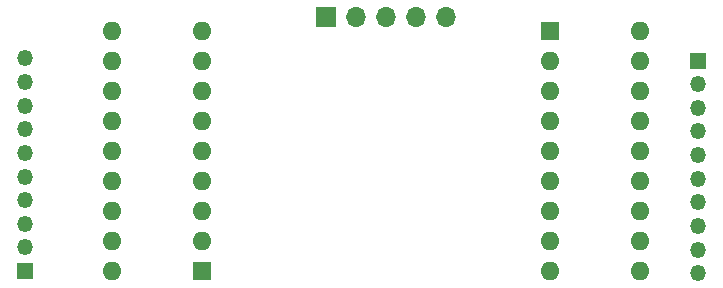
<source format=gbr>
%TF.GenerationSoftware,KiCad,Pcbnew,8.0.4*%
%TF.CreationDate,2024-10-03T18:10:01-05:00*%
%TF.ProjectId,Haptics PWM module,48617074-6963-4732-9050-574d206d6f64,rev?*%
%TF.SameCoordinates,Original*%
%TF.FileFunction,Soldermask,Bot*%
%TF.FilePolarity,Negative*%
%FSLAX46Y46*%
G04 Gerber Fmt 4.6, Leading zero omitted, Abs format (unit mm)*
G04 Created by KiCad (PCBNEW 8.0.4) date 2024-10-03 18:10:01*
%MOMM*%
%LPD*%
G01*
G04 APERTURE LIST*
%ADD10O,1.600000X1.600000*%
%ADD11R,1.600000X1.600000*%
%ADD12O,1.350000X1.350000*%
%ADD13R,1.350000X1.350000*%
%ADD14O,1.700000X1.700000*%
%ADD15R,1.700000X1.700000*%
G04 APERTURE END LIST*
D10*
%TO.C,U2*%
X124620000Y-60180000D03*
X124620000Y-62720000D03*
X124620000Y-65260000D03*
X124620000Y-67800000D03*
X124620000Y-70340000D03*
X124620000Y-72880000D03*
X124620000Y-75420000D03*
X124620000Y-77960000D03*
X124620000Y-80500000D03*
X117000000Y-80500000D03*
X117000000Y-77960000D03*
X117000000Y-75420000D03*
X117000000Y-72880000D03*
X117000000Y-70340000D03*
X117000000Y-67800000D03*
X117000000Y-65260000D03*
X117000000Y-62720000D03*
D11*
X117000000Y-60180000D03*
%TD*%
D10*
%TO.C,U1*%
X79930000Y-80500000D03*
X79930000Y-77960000D03*
X79930000Y-75420000D03*
X79930000Y-72880000D03*
X79930000Y-70340000D03*
X79930000Y-67800000D03*
X79930000Y-65260000D03*
X79930000Y-62720000D03*
X79930000Y-60180000D03*
X87550000Y-60180000D03*
X87550000Y-62720000D03*
X87550000Y-65260000D03*
X87550000Y-67800000D03*
X87550000Y-70340000D03*
X87550000Y-72880000D03*
X87550000Y-75420000D03*
X87550000Y-77960000D03*
D11*
X87550000Y-80500000D03*
%TD*%
D12*
%TO.C,J3*%
X129500000Y-80680000D03*
X129500000Y-78680000D03*
X129500000Y-76680000D03*
X129500000Y-74680000D03*
X129500000Y-72680000D03*
X129500000Y-70680000D03*
X129500000Y-68680000D03*
X129500000Y-66680000D03*
X129500000Y-64680000D03*
D13*
X129500000Y-62680000D03*
%TD*%
%TO.C,J2*%
X72550000Y-80500000D03*
D12*
X72550000Y-78500000D03*
X72550000Y-76500000D03*
X72550000Y-74500000D03*
X72550000Y-72500000D03*
X72550000Y-70500000D03*
X72550000Y-68500000D03*
X72550000Y-66500000D03*
X72550000Y-64500000D03*
X72550000Y-62500000D03*
%TD*%
D14*
%TO.C,J1*%
X108160000Y-59000000D03*
X105620000Y-59000000D03*
X103080000Y-59000000D03*
X100540000Y-59000000D03*
D15*
X98000000Y-59000000D03*
%TD*%
M02*

</source>
